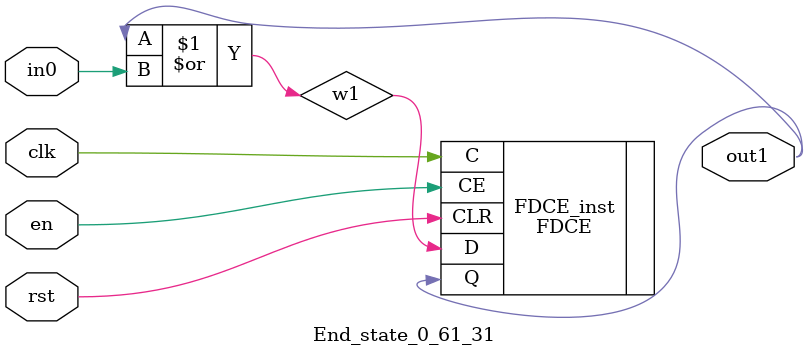
<source format=v>
module engine_0_61(out,clk,sod,en, in_1, in_3, in_4, in_7, in_8, in_12, in_16, in_17, in_18, in_19, in_20, in_29, in_30, in_35, in_38, in_41, in_119);
//pcre: /onbeforeeditfocus\s*=\s*[\x22\x27]document\x2e/ism
//block char: \x20[8], N[0], O[0], I[0], S[0], \x2E[8], r[0], e[0], c[0], d[0], =[0], u[0], t[0], f[0], B[0], M[0], [\x22\x27][1], 

	input clk,sod,en;

	input in_1, in_3, in_4, in_7, in_8, in_12, in_16, in_17, in_18, in_19, in_20, in_29, in_30, in_35, in_38, in_41, in_119;
	output out;

	assign w0 = 1'b1;
	state_0_61_1 BlockState_0_61_1 (w1,in_4,clk,en,sod,w0);
	state_0_61_2 BlockState_0_61_2 (w2,in_3,clk,en,sod,w1);
	state_0_61_3 BlockState_0_61_3 (w3,in_38,clk,en,sod,w2);
	state_0_61_4 BlockState_0_61_4 (w4,in_17,clk,en,sod,w3);
	state_0_61_5 BlockState_0_61_5 (w5,in_35,clk,en,sod,w4);
	state_0_61_6 BlockState_0_61_6 (w6,in_4,clk,en,sod,w5);
	state_0_61_7 BlockState_0_61_7 (w7,in_16,clk,en,sod,w6);
	state_0_61_8 BlockState_0_61_8 (w8,in_17,clk,en,sod,w7);
	state_0_61_9 BlockState_0_61_9 (w9,in_17,clk,en,sod,w8);
	state_0_61_10 BlockState_0_61_10 (w10,in_19,clk,en,sod,w9);
	state_0_61_11 BlockState_0_61_11 (w11,in_7,clk,en,sod,w10);
	state_0_61_12 BlockState_0_61_12 (w12,in_30,clk,en,sod,w11);
	state_0_61_13 BlockState_0_61_13 (w13,in_35,clk,en,sod,w12);
	state_0_61_14 BlockState_0_61_14 (w14,in_4,clk,en,sod,w13);
	state_0_61_15 BlockState_0_61_15 (w15,in_18,clk,en,sod,w14);
	state_0_61_16 BlockState_0_61_16 (w16,in_29,clk,en,sod,w15);
	state_0_61_17 BlockState_0_61_17 (w17,in_8,clk,en,sod,w16);
	state_0_61_18 BlockState_0_61_18 (w18,in_1,clk,en,sod,w18,w17);
	state_0_61_19 BlockState_0_61_19 (w19,in_20,clk,en,sod,w17,w18);
	state_0_61_20 BlockState_0_61_20 (w20,in_1,clk,en,sod,w20,w19);
	state_0_61_21 BlockState_0_61_21 (w21,in_119,clk,en,sod,w19,w20);
	state_0_61_22 BlockState_0_61_22 (w22,in_19,clk,en,sod,w21);
	state_0_61_23 BlockState_0_61_23 (w23,in_4,clk,en,sod,w22);
	state_0_61_24 BlockState_0_61_24 (w24,in_18,clk,en,sod,w23);
	state_0_61_25 BlockState_0_61_25 (w25,in_29,clk,en,sod,w24);
	state_0_61_26 BlockState_0_61_26 (w26,in_41,clk,en,sod,w25);
	state_0_61_27 BlockState_0_61_27 (w27,in_17,clk,en,sod,w26);
	state_0_61_28 BlockState_0_61_28 (w28,in_3,clk,en,sod,w27);
	state_0_61_29 BlockState_0_61_29 (w29,in_30,clk,en,sod,w28);
	state_0_61_30 BlockState_0_61_30 (w30,in_12,clk,en,sod,w29);
	End_state_0_61_31 BlockState_0_61_31 (out,clk,en,sod,w30);
endmodule

module state_0_61_1(out1,in_char,clk,en,rst,in0);
	input in_char,clk,en,rst,in0;
	output out1;
	wire w1,w2;
	assign w1 = in0; 
	and(w2,in_char,w1);
	FDCE #(.INIT(1'b0)) FDCE_inst (
		.Q(out1),
		.C(clk),
		.CE(en),
		.CLR(rst),
		.D(w2)
);
endmodule

module state_0_61_2(out1,in_char,clk,en,rst,in0);
	input in_char,clk,en,rst,in0;
	output out1;
	wire w1,w2;
	assign w1 = in0; 
	and(w2,in_char,w1);
	FDCE #(.INIT(1'b0)) FDCE_inst (
		.Q(out1),
		.C(clk),
		.CE(en),
		.CLR(rst),
		.D(w2)
);
endmodule

module state_0_61_3(out1,in_char,clk,en,rst,in0);
	input in_char,clk,en,rst,in0;
	output out1;
	wire w1,w2;
	assign w1 = in0; 
	and(w2,in_char,w1);
	FDCE #(.INIT(1'b0)) FDCE_inst (
		.Q(out1),
		.C(clk),
		.CE(en),
		.CLR(rst),
		.D(w2)
);
endmodule

module state_0_61_4(out1,in_char,clk,en,rst,in0);
	input in_char,clk,en,rst,in0;
	output out1;
	wire w1,w2;
	assign w1 = in0; 
	and(w2,in_char,w1);
	FDCE #(.INIT(1'b0)) FDCE_inst (
		.Q(out1),
		.C(clk),
		.CE(en),
		.CLR(rst),
		.D(w2)
);
endmodule

module state_0_61_5(out1,in_char,clk,en,rst,in0);
	input in_char,clk,en,rst,in0;
	output out1;
	wire w1,w2;
	assign w1 = in0; 
	and(w2,in_char,w1);
	FDCE #(.INIT(1'b0)) FDCE_inst (
		.Q(out1),
		.C(clk),
		.CE(en),
		.CLR(rst),
		.D(w2)
);
endmodule

module state_0_61_6(out1,in_char,clk,en,rst,in0);
	input in_char,clk,en,rst,in0;
	output out1;
	wire w1,w2;
	assign w1 = in0; 
	and(w2,in_char,w1);
	FDCE #(.INIT(1'b0)) FDCE_inst (
		.Q(out1),
		.C(clk),
		.CE(en),
		.CLR(rst),
		.D(w2)
);
endmodule

module state_0_61_7(out1,in_char,clk,en,rst,in0);
	input in_char,clk,en,rst,in0;
	output out1;
	wire w1,w2;
	assign w1 = in0; 
	and(w2,in_char,w1);
	FDCE #(.INIT(1'b0)) FDCE_inst (
		.Q(out1),
		.C(clk),
		.CE(en),
		.CLR(rst),
		.D(w2)
);
endmodule

module state_0_61_8(out1,in_char,clk,en,rst,in0);
	input in_char,clk,en,rst,in0;
	output out1;
	wire w1,w2;
	assign w1 = in0; 
	and(w2,in_char,w1);
	FDCE #(.INIT(1'b0)) FDCE_inst (
		.Q(out1),
		.C(clk),
		.CE(en),
		.CLR(rst),
		.D(w2)
);
endmodule

module state_0_61_9(out1,in_char,clk,en,rst,in0);
	input in_char,clk,en,rst,in0;
	output out1;
	wire w1,w2;
	assign w1 = in0; 
	and(w2,in_char,w1);
	FDCE #(.INIT(1'b0)) FDCE_inst (
		.Q(out1),
		.C(clk),
		.CE(en),
		.CLR(rst),
		.D(w2)
);
endmodule

module state_0_61_10(out1,in_char,clk,en,rst,in0);
	input in_char,clk,en,rst,in0;
	output out1;
	wire w1,w2;
	assign w1 = in0; 
	and(w2,in_char,w1);
	FDCE #(.INIT(1'b0)) FDCE_inst (
		.Q(out1),
		.C(clk),
		.CE(en),
		.CLR(rst),
		.D(w2)
);
endmodule

module state_0_61_11(out1,in_char,clk,en,rst,in0);
	input in_char,clk,en,rst,in0;
	output out1;
	wire w1,w2;
	assign w1 = in0; 
	and(w2,in_char,w1);
	FDCE #(.INIT(1'b0)) FDCE_inst (
		.Q(out1),
		.C(clk),
		.CE(en),
		.CLR(rst),
		.D(w2)
);
endmodule

module state_0_61_12(out1,in_char,clk,en,rst,in0);
	input in_char,clk,en,rst,in0;
	output out1;
	wire w1,w2;
	assign w1 = in0; 
	and(w2,in_char,w1);
	FDCE #(.INIT(1'b0)) FDCE_inst (
		.Q(out1),
		.C(clk),
		.CE(en),
		.CLR(rst),
		.D(w2)
);
endmodule

module state_0_61_13(out1,in_char,clk,en,rst,in0);
	input in_char,clk,en,rst,in0;
	output out1;
	wire w1,w2;
	assign w1 = in0; 
	and(w2,in_char,w1);
	FDCE #(.INIT(1'b0)) FDCE_inst (
		.Q(out1),
		.C(clk),
		.CE(en),
		.CLR(rst),
		.D(w2)
);
endmodule

module state_0_61_14(out1,in_char,clk,en,rst,in0);
	input in_char,clk,en,rst,in0;
	output out1;
	wire w1,w2;
	assign w1 = in0; 
	and(w2,in_char,w1);
	FDCE #(.INIT(1'b0)) FDCE_inst (
		.Q(out1),
		.C(clk),
		.CE(en),
		.CLR(rst),
		.D(w2)
);
endmodule

module state_0_61_15(out1,in_char,clk,en,rst,in0);
	input in_char,clk,en,rst,in0;
	output out1;
	wire w1,w2;
	assign w1 = in0; 
	and(w2,in_char,w1);
	FDCE #(.INIT(1'b0)) FDCE_inst (
		.Q(out1),
		.C(clk),
		.CE(en),
		.CLR(rst),
		.D(w2)
);
endmodule

module state_0_61_16(out1,in_char,clk,en,rst,in0);
	input in_char,clk,en,rst,in0;
	output out1;
	wire w1,w2;
	assign w1 = in0; 
	and(w2,in_char,w1);
	FDCE #(.INIT(1'b0)) FDCE_inst (
		.Q(out1),
		.C(clk),
		.CE(en),
		.CLR(rst),
		.D(w2)
);
endmodule

module state_0_61_17(out1,in_char,clk,en,rst,in0);
	input in_char,clk,en,rst,in0;
	output out1;
	wire w1,w2;
	assign w1 = in0; 
	and(w2,in_char,w1);
	FDCE #(.INIT(1'b0)) FDCE_inst (
		.Q(out1),
		.C(clk),
		.CE(en),
		.CLR(rst),
		.D(w2)
);
endmodule

module state_0_61_18(out1,in_char,clk,en,rst,in0,in1);
	input in_char,clk,en,rst,in0,in1;
	output out1;
	wire w1,w2;
	or(w1,in0,in1);
	and(w2,in_char,w1);
	FDCE #(.INIT(1'b0)) FDCE_inst (
		.Q(out1),
		.C(clk),
		.CE(en),
		.CLR(rst),
		.D(w2)
);
endmodule

module state_0_61_19(out1,in_char,clk,en,rst,in0,in1);
	input in_char,clk,en,rst,in0,in1;
	output out1;
	wire w1,w2;
	or(w1,in0,in1);
	and(w2,in_char,w1);
	FDCE #(.INIT(1'b0)) FDCE_inst (
		.Q(out1),
		.C(clk),
		.CE(en),
		.CLR(rst),
		.D(w2)
);
endmodule

module state_0_61_20(out1,in_char,clk,en,rst,in0,in1);
	input in_char,clk,en,rst,in0,in1;
	output out1;
	wire w1,w2;
	or(w1,in0,in1);
	and(w2,in_char,w1);
	FDCE #(.INIT(1'b0)) FDCE_inst (
		.Q(out1),
		.C(clk),
		.CE(en),
		.CLR(rst),
		.D(w2)
);
endmodule

module state_0_61_21(out1,in_char,clk,en,rst,in0,in1);
	input in_char,clk,en,rst,in0,in1;
	output out1;
	wire w1,w2;
	or(w1,in0,in1);
	and(w2,in_char,w1);
	FDCE #(.INIT(1'b0)) FDCE_inst (
		.Q(out1),
		.C(clk),
		.CE(en),
		.CLR(rst),
		.D(w2)
);
endmodule

module state_0_61_22(out1,in_char,clk,en,rst,in0);
	input in_char,clk,en,rst,in0;
	output out1;
	wire w1,w2;
	assign w1 = in0; 
	and(w2,in_char,w1);
	FDCE #(.INIT(1'b0)) FDCE_inst (
		.Q(out1),
		.C(clk),
		.CE(en),
		.CLR(rst),
		.D(w2)
);
endmodule

module state_0_61_23(out1,in_char,clk,en,rst,in0);
	input in_char,clk,en,rst,in0;
	output out1;
	wire w1,w2;
	assign w1 = in0; 
	and(w2,in_char,w1);
	FDCE #(.INIT(1'b0)) FDCE_inst (
		.Q(out1),
		.C(clk),
		.CE(en),
		.CLR(rst),
		.D(w2)
);
endmodule

module state_0_61_24(out1,in_char,clk,en,rst,in0);
	input in_char,clk,en,rst,in0;
	output out1;
	wire w1,w2;
	assign w1 = in0; 
	and(w2,in_char,w1);
	FDCE #(.INIT(1'b0)) FDCE_inst (
		.Q(out1),
		.C(clk),
		.CE(en),
		.CLR(rst),
		.D(w2)
);
endmodule

module state_0_61_25(out1,in_char,clk,en,rst,in0);
	input in_char,clk,en,rst,in0;
	output out1;
	wire w1,w2;
	assign w1 = in0; 
	and(w2,in_char,w1);
	FDCE #(.INIT(1'b0)) FDCE_inst (
		.Q(out1),
		.C(clk),
		.CE(en),
		.CLR(rst),
		.D(w2)
);
endmodule

module state_0_61_26(out1,in_char,clk,en,rst,in0);
	input in_char,clk,en,rst,in0;
	output out1;
	wire w1,w2;
	assign w1 = in0; 
	and(w2,in_char,w1);
	FDCE #(.INIT(1'b0)) FDCE_inst (
		.Q(out1),
		.C(clk),
		.CE(en),
		.CLR(rst),
		.D(w2)
);
endmodule

module state_0_61_27(out1,in_char,clk,en,rst,in0);
	input in_char,clk,en,rst,in0;
	output out1;
	wire w1,w2;
	assign w1 = in0; 
	and(w2,in_char,w1);
	FDCE #(.INIT(1'b0)) FDCE_inst (
		.Q(out1),
		.C(clk),
		.CE(en),
		.CLR(rst),
		.D(w2)
);
endmodule

module state_0_61_28(out1,in_char,clk,en,rst,in0);
	input in_char,clk,en,rst,in0;
	output out1;
	wire w1,w2;
	assign w1 = in0; 
	and(w2,in_char,w1);
	FDCE #(.INIT(1'b0)) FDCE_inst (
		.Q(out1),
		.C(clk),
		.CE(en),
		.CLR(rst),
		.D(w2)
);
endmodule

module state_0_61_29(out1,in_char,clk,en,rst,in0);
	input in_char,clk,en,rst,in0;
	output out1;
	wire w1,w2;
	assign w1 = in0; 
	and(w2,in_char,w1);
	FDCE #(.INIT(1'b0)) FDCE_inst (
		.Q(out1),
		.C(clk),
		.CE(en),
		.CLR(rst),
		.D(w2)
);
endmodule

module state_0_61_30(out1,in_char,clk,en,rst,in0);
	input in_char,clk,en,rst,in0;
	output out1;
	wire w1,w2;
	assign w1 = in0; 
	and(w2,in_char,w1);
	FDCE #(.INIT(1'b0)) FDCE_inst (
		.Q(out1),
		.C(clk),
		.CE(en),
		.CLR(rst),
		.D(w2)
);
endmodule

module End_state_0_61_31(out1,clk,en,rst,in0);
	input clk,rst,en,in0;
	output out1;
	wire w1;
	or(w1,out1,in0);
	FDCE #(.INIT(1'b0)) FDCE_inst (
		.Q(out1),
		.C(clk),
		.CE(en),
		.CLR(rst),
		.D(w1)
);
endmodule


</source>
